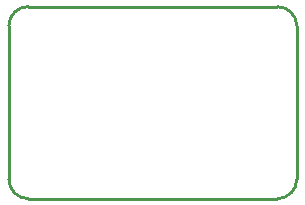
<source format=gko>
G04*
G04 #@! TF.GenerationSoftware,Altium Limited,Altium Designer,21.3.2 (30)*
G04*
G04 Layer_Color=16711935*
%FSLAX25Y25*%
%MOIN*%
G70*
G04*
G04 #@! TF.SameCoordinates,A34A3340-7ABE-472C-AE94-605A2DEBF9E2*
G04*
G04*
G04 #@! TF.FilePolarity,Positive*
G04*
G01*
G75*
%ADD12C,0.01000*%
D12*
X89551Y0D02*
G03*
X96000Y6449I0J6449D01*
G01*
Y57551D02*
G03*
X89551Y64000I-6449J0D01*
G01*
X6449D02*
G03*
X0Y57551I0J-6449D01*
G01*
Y6449D02*
G03*
X6449Y0I6449J0D01*
G01*
Y0D02*
X89551D01*
X96000Y6449D02*
Y57551D01*
X6449Y64000D02*
X89551D01*
X0Y6449D02*
Y57551D01*
X89551Y0D02*
G03*
X96000Y6449I0J6449D01*
G01*
X96005Y57559D02*
G03*
X96000Y57554I0J-5D01*
G01*
X96005Y57559D02*
G03*
X89555Y64008I-6449J0D01*
G01*
X6449Y64000D02*
G03*
X0Y57551I0J-6449D01*
G01*
Y6449D02*
G03*
X6449Y0I6449J0D01*
G01*
X96000Y6449D02*
Y57554D01*
X0Y6449D02*
Y57551D01*
X6449Y0D02*
X89551D01*
X6449Y64000D02*
X89555Y64000D01*
M02*

</source>
